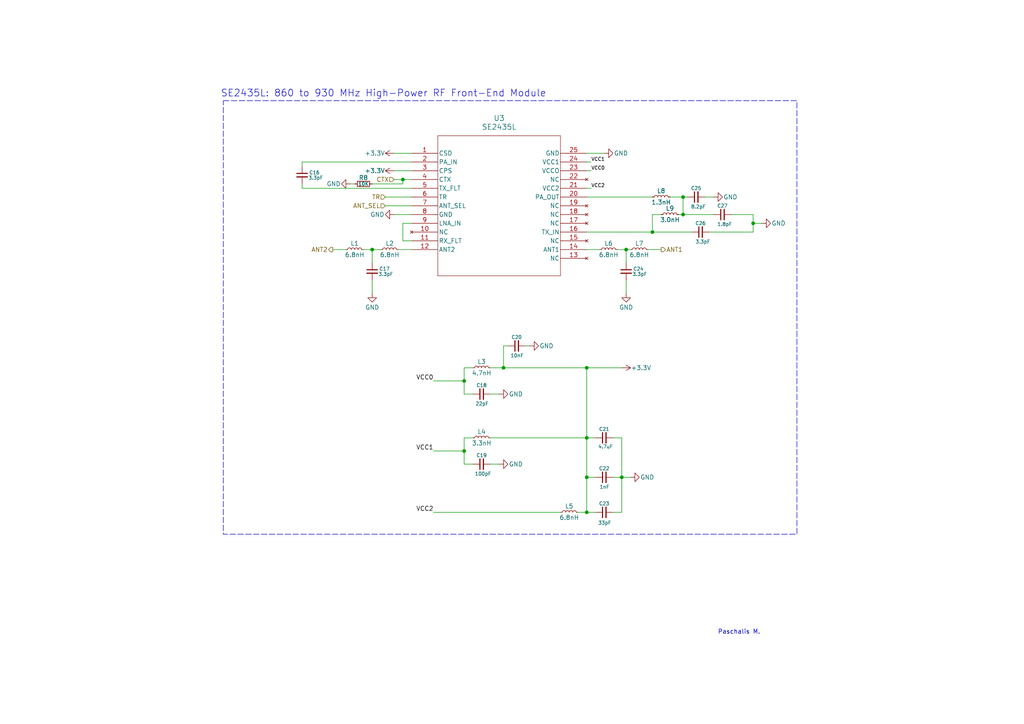
<source format=kicad_sch>
(kicad_sch (version 20231120) (generator "eeschema") (generator_version "8.0")
  (paper "A4")
  (title_block (title "SE2435L is a Sub-GHz RF Front-End Module (FEM) that integrates  ") (rev "1.0") (company "https://github.com/Paschalis | TeodoraMiu"))
  (lib_symbols
    (symbol "Device:C_Small" (pin_numbers hide) (pin_names (offset 0.254) hide)
      (property "Reference" "C" (at 0.254 1.778 0))
      (property "Value" "C_Small" (at 0.254 -2.032 0))
      (symbol "C_Small_0_1"
        (polyline (pts (xy -1.524 -0.508) (xy 1.524 -0.508)) (stroke (width 0.3302)))
        (polyline (pts (xy -1.524 0.508) (xy 1.524 0.508)) (stroke (width 0.3048)))
      )
      (symbol "C_Small_1_1"
        (pin passive line (at 0 2.54 270) (length 2.032) (name "~") (number "1"))
        (pin passive line (at 0 -2.54 90) (length 2.032) (name "~") (number "2"))
      )
    )
    (symbol "Device:L_Small" (pin_numbers hide) (pin_names (offset 0.254) hide)
      (property "Reference" "L" (at 0.762 1.016 0))
      (property "Value" "L_Small" (at 0.762 -1.016 0))
      (symbol "L_Small_0_1"
        (arc (start 0 -2.032) (mid 0.5058 -1.524) (end 0 -1.016))
        (arc (start 0 -1.016) (mid 0.5058 -0.508) (end 0 0))
        (arc (start 0 0) (mid 0.5058 0.508) (end 0 1.016))
        (arc (start 0 1.016) (mid 0.5058 1.524) (end 0 2.032))
      )
      (symbol "L_Small_1_1"
        (pin passive line (at 0 2.54 270) (length 0.508) (name "~") (number "1"))
        (pin passive line (at 0 -2.54 90) (length 0.508) (name "~") (number "2"))
      )
    )
    (symbol "Device:R_Small" (pin_numbers hide) (pin_names (offset 0.254) hide)
      (property "Reference" "R" (at 0.762 0.508 0))
      (property "Value" "R_Small" (at 0.762 -1.016 0))
      (symbol "R_Small_0_1"
        (rectangle (start -0.762 1.778) (end 0.762 -1.778) (stroke (width 0.2032)))
      )
      (symbol "R_Small_1_1"
        (pin passive line (at 0 2.54 270) (length 0.762) (name "~") (number "1"))
        (pin passive line (at 0 -2.54 90) (length 0.762) (name "~") (number "2"))
      )
    )
    (symbol "SE2435L:SE2435L" (pin_names (offset 0.254))
      (property "Reference" "U" (at 25.4 10.16 0))
      (property "Value" "SE2435L" (at 25.4 7.62 0))
      (symbol "SE2435L_0_1"
        (polyline (pts (xy 7.62 -35.56) (xy 43.18 -35.56)) (stroke (width 0.127)))
        (polyline (pts (xy 7.62 5.08) (xy 7.62 -35.56)) (stroke (width 0.127)))
        (polyline (pts (xy 43.18 -35.56) (xy 43.18 5.08)) (stroke (width 0.127)))
        (polyline (pts (xy 43.18 5.08) (xy 7.62 5.08)) (stroke (width 0.127)))
        (pin input line (at 0 0 0) (length 7.62) (name "CSD") (number "1"))
        (pin no_connect line (at 0 -22.86 0) (length 7.62) (name "NC") (number "10"))
        (pin unspecified line (at 0 -25.4 0) (length 7.62) (name "RX_FLT") (number "11"))
        (pin bidirectional line (at 0 -27.94 0) (length 7.62) (name "ANT2") (number "12"))
        (pin no_connect line (at 50.8 -30.48 180) (length 7.62) (name "NC") (number "13"))
        (pin bidirectional line (at 50.8 -27.94 180) (length 7.62) (name "ANT1") (number "14"))
        (pin no_connect line (at 50.8 -25.4 180) (length 7.62) (name "NC") (number "15"))
        (pin unspecified line (at 50.8 -22.86 180) (length 7.62) (name "TX_IN") (number "16"))
        (pin no_connect line (at 50.8 -20.32 180) (length 7.62) (name "NC") (number "17"))
        (pin no_connect line (at 50.8 -17.78 180) (length 7.62) (name "NC") (number "18"))
        (pin no_connect line (at 50.8 -15.24 180) (length 7.62) (name "NC") (number "19"))
        (pin input line (at 0 -2.54 0) (length 7.62) (name "PA_IN") (number "2"))
        (pin output line (at 50.8 -12.7 180) (length 7.62) (name "PA_OUT") (number "20"))
        (pin power_in line (at 50.8 -10.16 180) (length 7.62) (name "VCC2") (number "21"))
        (pin no_connect line (at 50.8 -7.62 180) (length 7.62) (name "NC") (number "22"))
        (pin power_in line (at 50.8 -5.08 180) (length 7.62) (name "VCCO") (number "23"))
        (pin power_in line (at 50.8 -2.54 180) (length 7.62) (name "VCC1") (number "24"))
        (pin power_out line (at 50.8 0 180) (length 7.62) (name "GND") (number "25"))
        (pin input line (at 0 -5.08 0) (length 7.62) (name "CPS") (number "3"))
        (pin input line (at 0 -7.62 0) (length 7.62) (name "CTX") (number "4"))
        (pin unspecified line (at 0 -10.16 0) (length 7.62) (name "TX_FLT") (number "5"))
        (pin bidirectional line (at 0 -12.7 0) (length 7.62) (name "TR") (number "6"))
        (pin input line (at 0 -15.24 0) (length 7.62) (name "ANT_SEL") (number "7"))
        (pin power_out line (at 0 -17.78 0) (length 7.62) (name "GND") (number "8"))
        (pin input line (at 0 -20.32 0) (length 7.62) (name "LNA_IN") (number "9"))
      )
    )
    (symbol "power:+3.3V" (power) (pin_numbers hide) (pin_names (offset 0) hide)
      (property "Value" "+3.3V" (at 0 3.556 0))
      (symbol "+3.3V_0_1"
        (polyline (pts (xy -0.762 1.27) (xy 0 2.54)))
        (polyline (pts (xy 0 0) (xy 0 2.54)))
        (polyline (pts (xy 0 2.54) (xy 0.762 1.27)))
      )
      (symbol "+3.3V_1_1"
        (pin power_in line (at 0 0 90) (length 0) (name "~") (number "1"))
      )
    )
    (symbol "power:GND" (power) (pin_numbers hide) (pin_names (offset 0) hide)
      (property "Value" "GND" (at 0 -3.81 0))
      (symbol "GND_0_1"
        (polyline (pts (xy 0 0) (xy 0 -1.27) (xy 1.27 -1.27) (xy 0 -2.54) (xy -1.27 -1.27) (xy 0 -1.27)))
      )
      (symbol "GND_1_1"
        (pin power_in line (at 0 0 270) (length 0) (name "~") (number "1"))
      )
    )
  )
  (junction (at 170.18 106.68))
  (junction (at 170.18 138.43))
  (junction (at 189.23 67.31))
  (junction (at 181.61 72.39))
  (junction (at 198.12 62.23))
  (junction (at 198.12 57.15))
  (junction (at 116.84 52.07))
  (junction (at 170.18 127))
  (junction (at 134.62 130.81))
  (junction (at 134.62 110.49))
  (junction (at 146.05 106.68))
  (junction (at 218.44 64.77))
  (junction (at 170.18 148.59))
  (junction (at 180.34 138.43))
  (junction (at 107.95 72.39))
  (wire (pts (xy 189.23 62.23) (xy 191.77 62.23)))
  (wire (pts (xy 170.18 148.59) (xy 172.72 148.59)))
  (wire (pts (xy 170.18 46.99) (xy 171.45 46.99)))
  (wire (pts (xy 170.18 57.15) (xy 189.23 57.15)))
  (wire (pts (xy 170.18 127) (xy 172.72 127)))
  (wire (pts (xy 87.63 46.99) (xy 119.38 46.99)))
  (wire (pts (xy 177.8 138.43) (xy 180.34 138.43)))
  (wire (pts (xy 107.95 72.39) (xy 110.49 72.39)))
  (wire (pts (xy 170.18 49.53) (xy 171.45 49.53)))
  (wire (pts (xy 181.61 72.39) (xy 181.61 76.2)))
  (wire (pts (xy 170.18 106.68) (xy 170.18 127)))
  (wire (pts (xy 170.18 44.45) (xy 175.26 44.45)))
  (wire (pts (xy 170.18 54.61) (xy 171.45 54.61)))
  (wire (pts (xy 105.41 72.39) (xy 107.95 72.39)))
  (wire (pts (xy 181.61 81.28) (xy 181.61 85.09)))
  (wire (pts (xy 107.95 81.28) (xy 107.95 85.09)))
  (wire (pts (xy 218.44 67.31) (xy 218.44 64.77)))
  (wire (pts (xy 198.12 57.15) (xy 198.12 62.23)))
  (wire (pts (xy 198.12 57.15) (xy 199.39 57.15)))
  (wire (pts (xy 116.84 69.85) (xy 119.38 69.85)))
  (wire (pts (xy 204.47 57.15) (xy 207.01 57.15)))
  (wire (pts (xy 146.05 106.68) (xy 170.18 106.68)))
  (wire (pts (xy 119.38 54.61) (xy 87.63 54.61)))
  (wire (pts (xy 111.76 59.69) (xy 119.38 59.69)))
  (wire (pts (xy 134.62 130.81) (xy 134.62 134.62)))
  (wire (pts (xy 142.24 134.62) (xy 144.78 134.62)))
  (wire (pts (xy 96.52 72.39) (xy 100.33 72.39)))
  (wire (pts (xy 116.84 52.07) (xy 116.84 53.34)))
  (wire (pts (xy 167.64 148.59) (xy 170.18 148.59)))
  (wire (pts (xy 134.62 127) (xy 137.16 127)))
  (wire (pts (xy 125.73 130.81) (xy 134.62 130.81)))
  (wire (pts (xy 198.12 62.23) (xy 207.01 62.23)))
  (wire (pts (xy 170.18 67.31) (xy 189.23 67.31)))
  (wire (pts (xy 134.62 114.3) (xy 137.16 114.3)))
  (wire (pts (xy 134.62 127) (xy 134.62 130.81)))
  (wire (pts (xy 181.61 72.39) (xy 182.88 72.39)))
  (wire (pts (xy 134.62 106.68) (xy 134.62 110.49)))
  (wire (pts (xy 87.63 48.26) (xy 87.63 46.99)))
  (wire (pts (xy 189.23 67.31) (xy 189.23 62.23)))
  (wire (pts (xy 170.18 127) (xy 170.18 138.43)))
  (wire (pts (xy 146.05 106.68) (xy 146.05 100.33)))
  (wire (pts (xy 114.3 52.07) (xy 116.84 52.07)))
  (wire (pts (xy 114.3 62.23) (xy 119.38 62.23)))
  (wire (pts (xy 125.73 110.49) (xy 134.62 110.49)))
  (wire (pts (xy 189.23 67.31) (xy 200.66 67.31)))
  (wire (pts (xy 119.38 64.77) (xy 116.84 64.77)))
  (wire (pts (xy 152.4 100.33) (xy 153.67 100.33)))
  (wire (pts (xy 107.95 72.39) (xy 107.95 76.2)))
  (wire (pts (xy 180.34 138.43) (xy 182.88 138.43)))
  (wire (pts (xy 114.3 49.53) (xy 119.38 49.53)))
  (wire (pts (xy 218.44 62.23) (xy 218.44 64.77)))
  (wire (pts (xy 114.3 44.45) (xy 119.38 44.45)))
  (wire (pts (xy 180.34 138.43) (xy 180.34 148.59)))
  (wire (pts (xy 212.09 62.23) (xy 218.44 62.23)))
  (wire (pts (xy 180.34 148.59) (xy 177.8 148.59)))
  (wire (pts (xy 111.76 57.15) (xy 119.38 57.15)))
  (wire (pts (xy 116.84 52.07) (xy 119.38 52.07)))
  (wire (pts (xy 142.24 127) (xy 170.18 127)))
  (wire (pts (xy 101.6 53.34) (xy 102.87 53.34)))
  (wire (pts (xy 170.18 72.39) (xy 173.99 72.39)))
  (wire (pts (xy 177.8 127) (xy 180.34 127)))
  (wire (pts (xy 142.24 106.68) (xy 146.05 106.68)))
  (wire (pts (xy 137.16 134.62) (xy 134.62 134.62)))
  (wire (pts (xy 196.85 62.23) (xy 198.12 62.23)))
  (wire (pts (xy 137.16 106.68) (xy 134.62 106.68)))
  (wire (pts (xy 218.44 64.77) (xy 220.98 64.77)))
  (wire (pts (xy 179.07 72.39) (xy 181.61 72.39)))
  (wire (pts (xy 170.18 138.43) (xy 170.18 148.59)))
  (wire (pts (xy 187.96 72.39) (xy 191.77 72.39)))
  (wire (pts (xy 170.18 106.68) (xy 180.34 106.68)))
  (wire (pts (xy 142.24 114.3) (xy 144.78 114.3)))
  (wire (pts (xy 125.73 148.59) (xy 162.56 148.59)))
  (wire (pts (xy 107.95 53.34) (xy 116.84 53.34)))
  (wire (pts (xy 87.63 54.61) (xy 87.63 53.34)))
  (wire (pts (xy 146.05 100.33) (xy 147.32 100.33)))
  (wire (pts (xy 180.34 127) (xy 180.34 138.43)))
  (wire (pts (xy 134.62 110.49) (xy 134.62 114.3)))
  (wire (pts (xy 116.84 64.77) (xy 116.84 69.85)))
  (wire (pts (xy 170.18 138.43) (xy 172.72 138.43)))
  (wire (pts (xy 205.74 67.31) (xy 218.44 67.31)))
  (wire (pts (xy 115.57 72.39) (xy 119.38 72.39)))
  (wire (pts (xy 194.31 57.15) (xy 198.12 57.15)))
  (rectangle (start 64.77 29.21) (end 231.14 154.94) (stroke (width 0) (type dash)))
  (text "SE2435L: 860 to 930 MHz High-Power RF Front-End Module" (at 111.252 27.178 0) (effects (font (size 2 2))))
  (text "Paschalis M." (at 214.376 183.388 0) (effects (font (size 1.27 1.27))))
  (label "VCC0" (at 125.73 110.49 180))
  (label "VCC0" (at 171.45 49.53 0) (effects (font (size 1 1))))
  (label "VCC1" (at 171.45 46.99 0) (effects (font (size 1 1))))
  (label "VCC2" (at 125.73 148.59 180))
  (label "VCC1" (at 125.73 130.81 180))
  (label "VCC2" (at 171.45 54.61 0) (effects (font (size 1 1))))
  (hierarchical_label "ANT2" (shape output) (at 96.52 72.39 180))
  (hierarchical_label "CTX" (shape input) (at 114.3 52.07 180))
  (hierarchical_label "ANT1" (shape output) (at 191.77 72.39 0))
  (hierarchical_label "TR" (shape input) (at 111.76 57.15 180))
  (hierarchical_label "ANT_SEL" (shape input) (at 111.76 59.69 180))
  (symbol (lib_id "power:GND") (at 114.3 62.23 270) (mirror x) (unit 1)
    (property "Reference" "#PWR038" (effects (hide yes)))
    (property "Value" "GND" (at 111.506 62.23 90) (effects (justify right)))
    (property "Description" "Power symbol creates a global label with name \"GND\" , ground" (effects (hide yes)))
  )
  (symbol (lib_id "Device:C_Small") (at 107.95 78.74 0) (unit 1)
    (property "Reference" "C17" (at 109.982 77.978 0) (effects (font (size 1 1)) (justify left)))
    (property "Value" "3.3pF" (at 109.728 79.502 0) (effects (font (size 1 1)) (justify left)))
    (property "Footprint" "Capacitor_SMD:C_0805_2012Metric_Pad1.18x1.45mm_HandSolder" (effects (hide yes)))
    (property "Description" "Unpolarized capacitor, small symbol" (effects (hide yes)))
  )
  (symbol (lib_id "power:GND") (at 107.95 85.09 0) (unit 1)
    (property "Reference" "#PWR035" (effects (hide yes)))
    (property "Value" "GND" (at 107.95 89.154 0))
    (property "Description" "Power symbol creates a global label with name \"GND\" , ground" (effects (hide yes)))
  )
  (symbol (lib_id "Device:C_Small") (at 175.26 127 90) (unit 1)
    (property "Reference" "C21" (at 176.784 124.46 90) (effects (font (size 1 1)) (justify left)))
    (property "Value" "4.7uF" (at 177.8 129.54 90) (effects (font (size 1 1)) (justify left)))
    (property "Footprint" "Capacitor_SMD:C_0805_2012Metric_Pad1.18x1.45mm_HandSolder" (effects (hide yes)))
    (property "Description" "Unpolarized capacitor, small symbol" (effects (hide yes)))
  )
  (symbol (lib_id "Device:L_Small") (at 165.1 148.59 90) (unit 1)
    (property "Reference" "L5" (at 165.1 146.812 90))
    (property "Value" "6.8nH" (at 165.1 150.114 90))
    (property "Footprint" "Inductor_SMD:L_0805_2012Metric_Pad1.05x1.20mm_HandSolder" (effects (hide yes)))
    (property "Description" "Inductor, small symbol" (effects (hide yes)))
  )
  (symbol (lib_id "Device:C_Small") (at 149.86 100.33 90) (unit 1)
    (property "Reference" "C20" (at 151.384 97.79 90) (effects (font (size 1 1)) (justify left)))
    (property "Value" "10nF" (at 151.892 103.124 90) (effects (font (size 1 1)) (justify left)))
    (property "Footprint" "Capacitor_SMD:C_0805_2012Metric_Pad1.18x1.45mm_HandSolder" (effects (hide yes)))
    (property "Description" "Unpolarized capacitor, small symbol" (effects (hide yes)))
  )
  (symbol (lib_id "Device:C_Small") (at 87.63 50.8 0) (unit 1)
    (property "Reference" "C16" (at 89.662 50.038 0) (effects (font (size 1 1)) (justify left)))
    (property "Value" "3.3pF" (at 89.408 51.562 0) (effects (font (size 1 1)) (justify left)))
    (property "Footprint" "Capacitor_SMD:C_0805_2012Metric_Pad1.18x1.45mm_HandSolder" (effects (hide yes)))
    (property "Description" "Unpolarized capacitor, small symbol" (effects (hide yes)))
  )
  (symbol (lib_id "Device:C_Small") (at 175.26 148.59 90) (unit 1)
    (property "Reference" "C23" (at 176.784 146.05 90) (effects (font (size 1 1)) (justify left)))
    (property "Value" "33pF" (at 177.292 151.638 90) (effects (font (size 1 1)) (justify left)))
    (property "Footprint" "Capacitor_SMD:C_0805_2012Metric_Pad1.18x1.45mm_HandSolder" (effects (hide yes)))
    (property "Description" "Unpolarized capacitor, small symbol" (effects (hide yes)))
  )
  (symbol (lib_id "Device:L_Small") (at 185.42 72.39 90) (unit 1)
    (property "Reference" "L7" (at 185.42 70.612 90))
    (property "Value" "6.8nH" (at 185.42 73.914 90))
    (property "Footprint" "Inductor_SMD:L_0805_2012Metric_Pad1.05x1.20mm_HandSolder" (effects (hide yes)))
    (property "Description" "Inductor, small symbol" (effects (hide yes)))
  )
  (symbol (lib_id "SE2435L:SE2435L") (at 119.38 44.45 0) (unit 1)
    (property "Reference" "U3" (at 144.78 34.29 0) (effects (font (size 1.524 1.524))))
    (property "Value" "SE2435L" (at 144.78 36.83 0) (effects (font (size 1.524 1.524))))
    (property "Footprint" "SE2435L:QFN24_SE2435L_SKY" (effects (hide yes)))
    (property "Datasheet" "SE2435L" (effects (hide yes)))
  )
  (symbol (lib_id "power:GND") (at 175.26 44.45 90) (unit 1)
    (property "Reference" "#PWR042" (effects (hide yes)))
    (property "Value" "GND" (at 178.054 44.45 90) (effects (justify right)))
    (property "Description" "Power symbol creates a global label with name \"GND\" , ground" (effects (hide yes)))
  )
  (symbol (lib_id "Device:C_Small") (at 201.93 57.15 90) (unit 1)
    (property "Reference" "C25" (at 203.454 54.61 90) (effects (font (size 1 1)) (justify left)))
    (property "Value" "8.2pF" (at 204.724 59.944 90) (effects (font (size 1 1)) (justify left)))
    (property "Footprint" "Capacitor_SMD:C_0805_2012Metric_Pad1.18x1.45mm_HandSolder" (effects (hide yes)))
    (property "Description" "Unpolarized capacitor, small symbol" (effects (hide yes)))
  )
  (symbol (lib_id "Device:L_Small") (at 176.53 72.39 90) (unit 1)
    (property "Reference" "L6" (at 176.53 70.612 90))
    (property "Value" "6.8nH" (at 176.53 73.914 90))
    (property "Footprint" "Inductor_SMD:L_0805_2012Metric_Pad1.05x1.20mm_HandSolder" (effects (hide yes)))
    (property "Description" "Inductor, small symbol" (effects (hide yes)))
  )
  (symbol (lib_id "power:GND") (at 144.78 114.3 90) (unit 1)
    (property "Reference" "#PWR039" (effects (hide yes)))
    (property "Value" "GND" (at 147.574 114.3 90) (effects (justify right)))
    (property "Description" "Power symbol creates a global label with name \"GND\" , ground" (effects (hide yes)))
  )
  (symbol (lib_id "power:GND") (at 182.88 138.43 90) (unit 1)
    (property "Reference" "#PWR045" (effects (hide yes)))
    (property "Value" "GND" (at 185.674 138.43 90) (effects (justify right)))
    (property "Description" "Power symbol creates a global label with name \"GND\" , ground" (effects (hide yes)))
  )
  (symbol (lib_id "power:GND") (at 144.78 134.62 90) (unit 1)
    (property "Reference" "#PWR040" (effects (hide yes)))
    (property "Value" "GND" (at 147.574 134.62 90) (effects (justify right)))
    (property "Description" "Power symbol creates a global label with name \"GND\" , ground" (effects (hide yes)))
  )
  (symbol (lib_id "Device:L_Small") (at 113.03 72.39 90) (unit 1)
    (property "Reference" "L2" (at 113.03 70.612 90))
    (property "Value" "6.8nH" (at 113.03 73.914 90))
    (property "Footprint" "Inductor_SMD:L_0805_2012Metric_Pad1.05x1.20mm_HandSolder" (effects (hide yes)))
    (property "Description" "Inductor, small symbol" (effects (hide yes)))
  )
  (symbol (lib_id "Device:L_Small") (at 102.87 72.39 90) (unit 1)
    (property "Reference" "L1" (at 102.87 70.612 90))
    (property "Value" "6.8nH" (at 102.87 73.914 90))
    (property "Footprint" "Inductor_SMD:L_0805_2012Metric_Pad1.05x1.20mm_HandSolder" (effects (hide yes)))
    (property "Description" "Inductor, small symbol" (effects (hide yes)))
  )
  (symbol (lib_id "Device:L_Small") (at 191.77 57.15 90) (unit 1)
    (property "Reference" "L8" (at 191.77 55.372 90))
    (property "Value" "1.3nH" (at 191.77 58.674 90))
    (property "Footprint" "Inductor_SMD:L_0805_2012Metric_Pad1.05x1.20mm_HandSolder" (effects (hide yes)))
    (property "Description" "Inductor, small symbol" (effects (hide yes)))
  )
  (symbol (lib_id "Device:C_Small") (at 139.7 134.62 90) (unit 1)
    (property "Reference" "C19" (at 141.224 132.08 90) (effects (font (size 1 1)) (justify left)))
    (property "Value" "100pF" (at 142.494 137.414 90) (effects (font (size 1 1)) (justify left)))
    (property "Footprint" "Capacitor_SMD:C_0805_2012Metric_Pad1.18x1.45mm_HandSolder" (effects (hide yes)))
    (property "Description" "Unpolarized capacitor, small symbol" (effects (hide yes)))
  )
  (symbol (lib_id "Device:R_Small") (at 105.41 53.34 90) (unit 1)
    (property "Reference" "R8" (at 105.41 51.562 90))
    (property "Value" "10K" (at 105.41 53.34 90) (effects (font (size 1 1))))
    (property "Footprint" "Resistor_SMD:R_0805_2012Metric_Pad1.20x1.40mm_HandSolder" (effects (hide yes)))
    (property "Description" "Resistor, small symbol" (effects (hide yes)))
  )
  (symbol (lib_id "power:+3.3V") (at 180.34 106.68 270) (unit 1)
    (property "Reference" "#PWR043" (effects (hide yes)))
    (property "Value" "+3.3V" (at 185.928 106.68 90))
    (property "Description" "Power symbol creates a global label with name \"+3.3V\"" (effects (hide yes)))
  )
  (symbol (lib_id "power:GND") (at 153.67 100.33 90) (unit 1)
    (property "Reference" "#PWR041" (effects (hide yes)))
    (property "Value" "GND" (at 156.464 100.33 90) (effects (justify right)))
    (property "Description" "Power symbol creates a global label with name \"GND\" , ground" (effects (hide yes)))
  )
  (symbol (lib_id "power:+3.3V") (at 114.3 49.53 90) (mirror x) (unit 1)
    (property "Reference" "#PWR037" (effects (hide yes)))
    (property "Value" "+3.3V" (at 108.712 49.53 90))
    (property "Description" "Power symbol creates a global label with name \"+3.3V\"" (effects (hide yes)))
  )
  (symbol (lib_id "Device:L_Small") (at 194.31 62.23 90) (unit 1)
    (property "Reference" "L9" (at 194.31 60.452 90))
    (property "Value" "3.0nH" (at 194.31 63.754 90))
    (property "Footprint" "Inductor_SMD:L_0805_2012Metric_Pad1.05x1.20mm_HandSolder" (effects (hide yes)))
    (property "Description" "Inductor, small symbol" (effects (hide yes)))
  )
  (symbol (lib_id "power:+3.3V") (at 114.3 44.45 90) (mirror x) (unit 1)
    (property "Reference" "#PWR036" (effects (hide yes)))
    (property "Value" "+3.3V" (at 108.712 44.45 90))
    (property "Description" "Power symbol creates a global label with name \"+3.3V\"" (effects (hide yes)))
  )
  (symbol (lib_id "Device:C_Small") (at 139.7 114.3 90) (unit 1)
    (property "Reference" "C18" (at 141.224 111.76 90) (effects (font (size 1 1)) (justify left)))
    (property "Value" "22pF" (at 141.732 117.094 90) (effects (font (size 1 1)) (justify left)))
    (property "Footprint" "Capacitor_SMD:C_0805_2012Metric_Pad1.18x1.45mm_HandSolder" (effects (hide yes)))
    (property "Description" "Unpolarized capacitor, small symbol" (effects (hide yes)))
  )
  (symbol (lib_id "power:GND") (at 220.98 64.77 90) (unit 1)
    (property "Reference" "#PWR047" (effects (hide yes)))
    (property "Value" "GND" (at 223.774 64.77 90) (effects (justify right)))
    (property "Description" "Power symbol creates a global label with name \"GND\" , ground" (effects (hide yes)))
  )
  (symbol (lib_id "power:GND") (at 207.01 57.15 90) (unit 1)
    (property "Reference" "#PWR046" (effects (hide yes)))
    (property "Value" "GND" (at 209.804 57.15 90) (effects (justify right)))
    (property "Description" "Power symbol creates a global label with name \"GND\" , ground" (effects (hide yes)))
  )
  (symbol (lib_id "Device:C_Small") (at 203.2 67.31 90) (unit 1)
    (property "Reference" "C26" (at 204.724 64.77 90) (effects (font (size 1 1)) (justify left)))
    (property "Value" "3.3pF" (at 205.994 70.104 90) (effects (font (size 1 1)) (justify left)))
    (property "Footprint" "Capacitor_SMD:C_0805_2012Metric_Pad1.18x1.45mm_HandSolder" (effects (hide yes)))
    (property "Description" "Unpolarized capacitor, small symbol" (effects (hide yes)))
  )
  (symbol (lib_id "power:GND") (at 181.61 85.09 0) (unit 1)
    (property "Reference" "#PWR044" (effects (hide yes)))
    (property "Value" "GND" (at 181.61 89.154 0))
    (property "Description" "Power symbol creates a global label with name \"GND\" , ground" (effects (hide yes)))
  )
  (symbol (lib_id "Device:C_Small") (at 209.55 62.23 90) (unit 1)
    (property "Reference" "C27" (at 211.074 59.69 90) (effects (font (size 1 1)) (justify left)))
    (property "Value" "1.8pF" (at 212.344 65.024 90) (effects (font (size 1 1)) (justify left)))
    (property "Footprint" "Capacitor_SMD:C_0805_2012Metric_Pad1.18x1.45mm_HandSolder" (effects (hide yes)))
    (property "Description" "Unpolarized capacitor, small symbol" (effects (hide yes)))
  )
  (symbol (lib_id "Device:C_Small") (at 181.61 78.74 0) (unit 1)
    (property "Reference" "C24" (at 183.642 77.978 0) (effects (font (size 1 1)) (justify left)))
    (property "Value" "3.3pF" (at 183.388 79.502 0) (effects (font (size 1 1)) (justify left)))
    (property "Footprint" "Capacitor_SMD:C_0805_2012Metric_Pad1.18x1.45mm_HandSolder" (effects (hide yes)))
    (property "Description" "Unpolarized capacitor, small symbol" (effects (hide yes)))
  )
  (symbol (lib_id "Device:L_Small") (at 139.7 127 90) (unit 1)
    (property "Reference" "L4" (at 139.7 125.222 90))
    (property "Value" "3.3nH" (at 139.7 128.524 90))
    (property "Footprint" "Inductor_SMD:L_0805_2012Metric_Pad1.05x1.20mm_HandSolder" (effects (hide yes)))
    (property "Description" "Inductor, small symbol" (effects (hide yes)))
  )
  (symbol (lib_id "Device:L_Small") (at 139.7 106.68 90) (unit 1)
    (property "Reference" "L3" (at 139.7 104.902 90))
    (property "Value" "4.7nH" (at 139.7 108.204 90))
    (property "Footprint" "Inductor_SMD:L_0805_2012Metric_Pad1.05x1.20mm_HandSolder" (effects (hide yes)))
    (property "Description" "Inductor, small symbol" (effects (hide yes)))
  )
  (symbol (lib_id "power:GND") (at 101.6 53.34 270) (mirror x) (unit 1)
    (property "Reference" "#PWR034" (effects (hide yes)))
    (property "Value" "GND" (at 98.806 53.34 90) (effects (justify right)))
    (property "Description" "Power symbol creates a global label with name \"GND\" , ground" (effects (hide yes)))
  )
  (symbol (lib_id "Device:C_Small") (at 175.26 138.43 90) (unit 1)
    (property "Reference" "C22" (at 176.784 135.89 90) (effects (font (size 1 1)) (justify left)))
    (property "Value" "1nF" (at 176.784 141.224 90) (effects (font (size 1 1)) (justify left)))
    (property "Footprint" "Capacitor_SMD:C_0805_2012Metric_Pad1.18x1.45mm_HandSolder" (effects (hide yes)))
    (property "Description" "Unpolarized capacitor, small symbol" (effects (hide yes)))
  )
)
</source>
